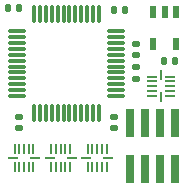
<source format=gbr>
%TF.GenerationSoftware,KiCad,Pcbnew,9.0.2*%
%TF.CreationDate,2025-06-01T13:38:18+02:00*%
%TF.ProjectId,FCB1010_controller,46434231-3031-4305-9f63-6f6e74726f6c,rev?*%
%TF.SameCoordinates,Original*%
%TF.FileFunction,Paste,Top*%
%TF.FilePolarity,Positive*%
%FSLAX46Y46*%
G04 Gerber Fmt 4.6, Leading zero omitted, Abs format (unit mm)*
G04 Created by KiCad (PCBNEW 9.0.2) date 2025-06-01 13:38:18*
%MOMM*%
%LPD*%
G01*
G04 APERTURE LIST*
G04 Aperture macros list*
%AMRoundRect*
0 Rectangle with rounded corners*
0 $1 Rounding radius*
0 $2 $3 $4 $5 $6 $7 $8 $9 X,Y pos of 4 corners*
0 Add a 4 corners polygon primitive as box body*
4,1,4,$2,$3,$4,$5,$6,$7,$8,$9,$2,$3,0*
0 Add four circle primitives for the rounded corners*
1,1,$1+$1,$2,$3*
1,1,$1+$1,$4,$5*
1,1,$1+$1,$6,$7*
1,1,$1+$1,$8,$9*
0 Add four rect primitives between the rounded corners*
20,1,$1+$1,$2,$3,$4,$5,0*
20,1,$1+$1,$4,$5,$6,$7,0*
20,1,$1+$1,$6,$7,$8,$9,0*
20,1,$1+$1,$8,$9,$2,$3,0*%
G04 Aperture macros list end*
%ADD10R,0.740000X2.400000*%
%ADD11RoundRect,0.140000X-0.170000X0.140000X-0.170000X-0.140000X0.170000X-0.140000X0.170000X0.140000X0*%
%ADD12RoundRect,0.140000X0.140000X0.170000X-0.140000X0.170000X-0.140000X-0.170000X0.140000X-0.170000X0*%
%ADD13R,0.203200X0.863600*%
%ADD14R,0.863600X0.203200*%
%ADD15R,0.508000X1.003300*%
%ADD16RoundRect,0.105000X0.675000X0.045000X-0.675000X0.045000X-0.675000X-0.045000X0.675000X-0.045000X0*%
%ADD17RoundRect,0.105000X0.045000X0.675000X-0.045000X0.675000X-0.045000X-0.675000X0.045000X-0.675000X0*%
G04 APERTURE END LIST*
D10*
%TO.C,J1*%
X156705000Y-102550000D03*
X156705000Y-106450000D03*
X155435000Y-102550000D03*
X155435000Y-106450000D03*
X154165000Y-102550000D03*
X154165000Y-106450000D03*
X152895000Y-102550000D03*
X152895000Y-106450000D03*
%TD*%
D11*
%TO.C,C7*%
X153400000Y-97820000D03*
X153400000Y-98780000D03*
%TD*%
D12*
%TO.C,C6*%
X156680000Y-97300000D03*
X155720000Y-97300000D03*
%TD*%
%TO.C,C5*%
X152480000Y-93000000D03*
X151520000Y-93000000D03*
%TD*%
D11*
%TO.C,C4*%
X153400000Y-95820000D03*
X153400000Y-96780000D03*
%TD*%
%TO.C,C3*%
X143500000Y-102020000D03*
X143500000Y-102980000D03*
%TD*%
%TO.C,C2*%
X151500000Y-102020000D03*
X151500000Y-102980000D03*
%TD*%
D12*
%TO.C,C1*%
X143480000Y-92800000D03*
X142520000Y-92800000D03*
%TD*%
D13*
%TO.C,U2*%
X147800001Y-104725300D03*
X147399999Y-104725300D03*
X147000000Y-104725300D03*
X146600001Y-104725300D03*
X146199999Y-104725300D03*
D14*
X146072900Y-105500000D03*
D13*
X146199999Y-106274700D03*
X146600001Y-106274700D03*
X147000000Y-106274700D03*
X147399999Y-106274700D03*
X147800001Y-106274700D03*
D14*
X147927100Y-105500000D03*
%TD*%
D13*
%TO.C,U3*%
X150900001Y-104725300D03*
X150499999Y-104725300D03*
X150100000Y-104725300D03*
X149700001Y-104725300D03*
X149299999Y-104725300D03*
D14*
X149172900Y-105500000D03*
D13*
X149299999Y-106274700D03*
X149700001Y-106274700D03*
X150100000Y-106274700D03*
X150499999Y-106274700D03*
X150900001Y-106274700D03*
D14*
X151027100Y-105500000D03*
%TD*%
D13*
%TO.C,U4*%
X144700001Y-104725300D03*
X144299999Y-104725300D03*
X143900000Y-104725300D03*
X143500001Y-104725300D03*
X143099999Y-104725300D03*
D14*
X142972900Y-105500000D03*
D13*
X143099999Y-106274700D03*
X143500001Y-106274700D03*
X143900000Y-106274700D03*
X144299999Y-106274700D03*
X144700001Y-106274700D03*
D14*
X144827100Y-105500000D03*
%TD*%
%TO.C,U5*%
X154725300Y-98599999D03*
X154725300Y-99000001D03*
X154725300Y-99400000D03*
X154725300Y-99799999D03*
X154725300Y-100200001D03*
D13*
X155500000Y-100327100D03*
D14*
X156274700Y-100200001D03*
X156274700Y-99799999D03*
X156274700Y-99400000D03*
X156274700Y-99000001D03*
X156274700Y-98599999D03*
D13*
X155500000Y-98472900D03*
%TD*%
D15*
%TO.C,U6*%
X156750001Y-93147450D03*
X155800000Y-93147450D03*
X154849999Y-93147450D03*
X154849999Y-95852550D03*
X156750001Y-95852550D03*
%TD*%
D16*
%TO.C,U1*%
X151680000Y-100250000D03*
X151680000Y-99750000D03*
X151680000Y-99250000D03*
X151680000Y-98750000D03*
X151680000Y-98250000D03*
X151680000Y-97750000D03*
X151680000Y-97250000D03*
X151680000Y-96750000D03*
X151680000Y-96250000D03*
X151680000Y-95750000D03*
X151680000Y-95250000D03*
X151680000Y-94750000D03*
D17*
X150250000Y-93320000D03*
X149750000Y-93320000D03*
X149250000Y-93320000D03*
X148750000Y-93320000D03*
X148250000Y-93320000D03*
X147750000Y-93320000D03*
X147250000Y-93320000D03*
X146750000Y-93320000D03*
X146250000Y-93320000D03*
X145750000Y-93320000D03*
X145250000Y-93320000D03*
X144750000Y-93320000D03*
D16*
X143320000Y-94750000D03*
X143320000Y-95250000D03*
X143320000Y-95750000D03*
X143320000Y-96250000D03*
X143320000Y-96750000D03*
X143320000Y-97250000D03*
X143320000Y-97750000D03*
X143320000Y-98250000D03*
X143320000Y-98750000D03*
X143320000Y-99250000D03*
X143320000Y-99750000D03*
X143320000Y-100250000D03*
D17*
X144750000Y-101680000D03*
X145250000Y-101680000D03*
X145750000Y-101680000D03*
X146250000Y-101680000D03*
X146750000Y-101680000D03*
X147250000Y-101680000D03*
X147750000Y-101680000D03*
X148250000Y-101680000D03*
X148750000Y-101680000D03*
X149250000Y-101680000D03*
X149750000Y-101680000D03*
X150250000Y-101680000D03*
%TD*%
M02*

</source>
